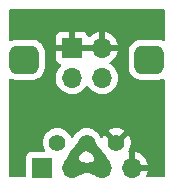
<source format=gbr>
%TF.GenerationSoftware,KiCad,Pcbnew,(6.0.2-0)*%
%TF.CreationDate,2022-02-24T16:38:30+09:00*%
%TF.ProjectId,PodForBreadboard,506f6446-6f72-4427-9265-6164626f6172,rev?*%
%TF.SameCoordinates,Original*%
%TF.FileFunction,Copper,L1,Top*%
%TF.FilePolarity,Positive*%
%FSLAX46Y46*%
G04 Gerber Fmt 4.6, Leading zero omitted, Abs format (unit mm)*
G04 Created by KiCad (PCBNEW (6.0.2-0)) date 2022-02-24 16:38:30*
%MOMM*%
%LPD*%
G01*
G04 APERTURE LIST*
G04 Aperture macros list*
%AMRoundRect*
0 Rectangle with rounded corners*
0 $1 Rounding radius*
0 $2 $3 $4 $5 $6 $7 $8 $9 X,Y pos of 4 corners*
0 Add a 4 corners polygon primitive as box body*
4,1,4,$2,$3,$4,$5,$6,$7,$8,$9,$2,$3,0*
0 Add four circle primitives for the rounded corners*
1,1,$1+$1,$2,$3*
1,1,$1+$1,$4,$5*
1,1,$1+$1,$6,$7*
1,1,$1+$1,$8,$9*
0 Add four rect primitives between the rounded corners*
20,1,$1+$1,$2,$3,$4,$5,0*
20,1,$1+$1,$4,$5,$6,$7,0*
20,1,$1+$1,$6,$7,$8,$9,0*
20,1,$1+$1,$8,$9,$2,$3,0*%
G04 Aperture macros list end*
%TA.AperFunction,ComponentPad*%
%ADD10RoundRect,0.600000X0.650000X-0.600000X0.650000X0.600000X-0.650000X0.600000X-0.650000X-0.600000X0*%
%TD*%
%TA.AperFunction,ComponentPad*%
%ADD11C,1.400000*%
%TD*%
%TA.AperFunction,ComponentPad*%
%ADD12R,1.700000X1.700000*%
%TD*%
%TA.AperFunction,ComponentPad*%
%ADD13O,1.700000X1.700000*%
%TD*%
%TA.AperFunction,Conductor*%
%ADD14C,0.800000*%
%TD*%
G04 APERTURE END LIST*
D10*
%TO.P,RV1,*%
%TO.N,*%
X102650000Y-60706000D03*
X113250000Y-60706000D03*
D11*
%TO.P,RV1,1,1*%
%TO.N,GND*%
X105450000Y-67706000D03*
%TO.P,RV1,2,2*%
%TO.N,/2*%
X107950000Y-67706000D03*
%TO.P,RV1,3,3*%
%TO.N,VDD*%
X110450000Y-67706000D03*
%TD*%
D12*
%TO.P,J1,1,Pin_1*%
%TO.N,VDD*%
X106675000Y-59690000D03*
D13*
%TO.P,J1,2,Pin_2*%
%TO.N,GND*%
X106675000Y-62230000D03*
%TO.P,J1,3,Pin_3*%
%TO.N,VDD*%
X109215000Y-59690000D03*
%TO.P,J1,4,Pin_4*%
%TO.N,GND*%
X109215000Y-62230000D03*
%TD*%
D12*
%TO.P,J2,1,Pin_1*%
%TO.N,GND*%
X104140000Y-69850000D03*
D13*
%TO.P,J2,2,Pin_2*%
%TO.N,/2*%
X106680000Y-69850000D03*
%TO.P,J2,3,Pin_3*%
X109220000Y-69850000D03*
%TO.P,J2,4,Pin_4*%
%TO.N,VDD*%
X111760000Y-69850000D03*
%TD*%
D14*
%TO.N,/2*%
X106680000Y-68820000D02*
X106680000Y-69850000D01*
X106680000Y-69850000D02*
X109220000Y-69850000D01*
X107794000Y-67706000D02*
X106680000Y-68820000D01*
X109220000Y-69850000D02*
X109220000Y-68976000D01*
X107950000Y-67706000D02*
X107794000Y-67706000D01*
X109220000Y-68976000D02*
X107950000Y-67706000D01*
%TD*%
%TA.AperFunction,Conductor*%
%TO.N,/2*%
G36*
X107436604Y-68629082D02*
G01*
X107359714Y-68717577D01*
X107307583Y-68803186D01*
X107277402Y-68886702D01*
X107266367Y-68968921D01*
X107271668Y-69050637D01*
X107290501Y-69132645D01*
X107320057Y-69215740D01*
X107357530Y-69300716D01*
X107400113Y-69388369D01*
X107445000Y-69479494D01*
X106687005Y-70267715D01*
X106678740Y-70267877D01*
X106672910Y-70262896D01*
X106658547Y-70238378D01*
X106196727Y-69450000D01*
X106083303Y-69256374D01*
X106082078Y-69247503D01*
X106084733Y-69242598D01*
X106186674Y-69130245D01*
X106186675Y-69130243D01*
X106186878Y-69130020D01*
X106269935Y-69017049D01*
X106298290Y-68969501D01*
X106334945Y-68908033D01*
X106334946Y-68908031D01*
X106335060Y-68907840D01*
X106345688Y-68886702D01*
X106389129Y-68800294D01*
X106389183Y-68800187D01*
X106439233Y-68691883D01*
X106492018Y-68580977D01*
X106492267Y-68580485D01*
X106554622Y-68464889D01*
X106555073Y-68464124D01*
X106621409Y-68360962D01*
X106634239Y-68341009D01*
X106737291Y-68208043D01*
X106870918Y-68063396D01*
X107436604Y-68629082D01*
G37*
%TD.AperFunction*%
%TD*%
%TA.AperFunction,Conductor*%
%TO.N,/2*%
G36*
X107190397Y-69154030D02*
G01*
X107313904Y-69215894D01*
X107426510Y-69270569D01*
X107533696Y-69318031D01*
X107640945Y-69358256D01*
X107753738Y-69391220D01*
X107877558Y-69416901D01*
X108017887Y-69435273D01*
X108180206Y-69446314D01*
X108370000Y-69450000D01*
X108370000Y-70250000D01*
X108180206Y-70253685D01*
X108017887Y-70264726D01*
X107877558Y-70283098D01*
X107753738Y-70308779D01*
X107640945Y-70341743D01*
X107533696Y-70381968D01*
X107426510Y-70429430D01*
X107313904Y-70484105D01*
X107313832Y-70484141D01*
X107190397Y-70545969D01*
X107190334Y-70546000D01*
X107057872Y-70611365D01*
X107048937Y-70611953D01*
X107044585Y-70609306D01*
X106689822Y-70268147D01*
X106689821Y-70268147D01*
X106263769Y-69858433D01*
X106260181Y-69850229D01*
X106263769Y-69841567D01*
X107050506Y-69085000D01*
X107190397Y-69154030D01*
G37*
%TD.AperFunction*%
%TD*%
%TA.AperFunction,Conductor*%
%TO.N,/2*%
G36*
X109636231Y-69841567D02*
G01*
X109639819Y-69849771D01*
X109636231Y-69858433D01*
X109203052Y-70275000D01*
X108881065Y-70584640D01*
X108855415Y-70609306D01*
X108847076Y-70612571D01*
X108842128Y-70611365D01*
X108709665Y-70546000D01*
X108709602Y-70545969D01*
X108586167Y-70484141D01*
X108586095Y-70484105D01*
X108473489Y-70429430D01*
X108366303Y-70381968D01*
X108259054Y-70341743D01*
X108146261Y-70308779D01*
X108022441Y-70283098D01*
X107882112Y-70264726D01*
X107719793Y-70253685D01*
X107530000Y-70250000D01*
X107530000Y-69450000D01*
X107719793Y-69446314D01*
X107882112Y-69435273D01*
X108022441Y-69416901D01*
X108146261Y-69391220D01*
X108259054Y-69358256D01*
X108366303Y-69318031D01*
X108473489Y-69270569D01*
X108586095Y-69215894D01*
X108709602Y-69154030D01*
X108849494Y-69085000D01*
X109636231Y-69841567D01*
G37*
%TD.AperFunction*%
%TD*%
%TA.AperFunction,Conductor*%
%TO.N,/2*%
G36*
X107568441Y-67408633D02*
G01*
X108232981Y-67500035D01*
X108074039Y-68394922D01*
X107963103Y-68416335D01*
X107864020Y-68439377D01*
X107863882Y-68439418D01*
X107863869Y-68439421D01*
X107774216Y-68465809D01*
X107774208Y-68465812D01*
X107774010Y-68465870D01*
X107729675Y-68482693D01*
X107690536Y-68497544D01*
X107690530Y-68497547D01*
X107690297Y-68497635D01*
X107610102Y-68536495D01*
X107561428Y-68565764D01*
X107530856Y-68584147D01*
X107530850Y-68584151D01*
X107530647Y-68584273D01*
X107530451Y-68584414D01*
X107449316Y-68642675D01*
X107449309Y-68642680D01*
X107449155Y-68642791D01*
X107362847Y-68713872D01*
X107268946Y-68799337D01*
X107164675Y-68901010D01*
X106607222Y-68343557D01*
X106603795Y-68335284D01*
X106607181Y-68327052D01*
X106717347Y-68215787D01*
X106717440Y-68215691D01*
X106818241Y-68110876D01*
X106818254Y-68110862D01*
X106818282Y-68110833D01*
X106904494Y-68017046D01*
X106978828Y-67930866D01*
X107044089Y-67848768D01*
X107103085Y-67767230D01*
X107109494Y-67757478D01*
X107158547Y-67682846D01*
X107158558Y-67682829D01*
X107158624Y-67682728D01*
X107213512Y-67591736D01*
X107270557Y-67490732D01*
X107272970Y-67486275D01*
X107328709Y-67383316D01*
X107335661Y-67377672D01*
X107340592Y-67377295D01*
X107568441Y-67408633D01*
G37*
%TD.AperFunction*%
%TD*%
%TA.AperFunction,Conductor*%
%TO.N,/2*%
G36*
X109057677Y-68254645D02*
G01*
X109169954Y-68384980D01*
X109199126Y-68422629D01*
X109200316Y-68424165D01*
X109261371Y-68502962D01*
X109261690Y-68503394D01*
X109338251Y-68612164D01*
X109338452Y-68612460D01*
X109374253Y-68666783D01*
X109406313Y-68715431D01*
X109471369Y-68815653D01*
X109539442Y-68916039D01*
X109616459Y-69019668D01*
X109616559Y-69019788D01*
X109661984Y-69074139D01*
X109708348Y-69129615D01*
X109708462Y-69129736D01*
X109708472Y-69129747D01*
X109728469Y-69150924D01*
X109802485Y-69229309D01*
X109815018Y-69242582D01*
X109818206Y-69250950D01*
X109816606Y-69256529D01*
X109533570Y-69739702D01*
X109533570Y-69739703D01*
X109241863Y-70237678D01*
X109241453Y-70238378D01*
X109227090Y-70262896D01*
X109219952Y-70268302D01*
X109213037Y-70267759D01*
X108455000Y-69479494D01*
X108494734Y-69392760D01*
X108526995Y-69309643D01*
X108550425Y-69229309D01*
X108563666Y-69150924D01*
X108565360Y-69073651D01*
X108554148Y-68996657D01*
X108528674Y-68919107D01*
X108528460Y-68918697D01*
X108528458Y-68918691D01*
X108487771Y-68840538D01*
X108487769Y-68840534D01*
X108487577Y-68840166D01*
X108470038Y-68815653D01*
X108434514Y-68766004D01*
X108434510Y-68766000D01*
X108429501Y-68758999D01*
X108353088Y-68674773D01*
X108918773Y-68109088D01*
X109057677Y-68254645D01*
G37*
%TD.AperFunction*%
%TD*%
%TA.AperFunction,Conductor*%
%TO.N,/2*%
G36*
X107969293Y-67463728D02*
G01*
X107969300Y-67463729D01*
X108603149Y-67476120D01*
X108611353Y-67479708D01*
X108613942Y-67483894D01*
X108651471Y-67589305D01*
X108690029Y-67689534D01*
X108729220Y-67780092D01*
X108771358Y-67864108D01*
X108818759Y-67944711D01*
X108873737Y-68025030D01*
X108938607Y-68108193D01*
X109015684Y-68197329D01*
X109107284Y-68295567D01*
X109107338Y-68295622D01*
X109207600Y-68397763D01*
X109210949Y-68406068D01*
X109207523Y-68414232D01*
X108650035Y-68971720D01*
X108539567Y-68863284D01*
X108441329Y-68771684D01*
X108433595Y-68764996D01*
X108433591Y-68764992D01*
X108387102Y-68724793D01*
X108352193Y-68694607D01*
X108352070Y-68694511D01*
X108352059Y-68694502D01*
X108269186Y-68629859D01*
X108269030Y-68629737D01*
X108188711Y-68574759D01*
X108108108Y-68527358D01*
X108024092Y-68485220D01*
X107933534Y-68446029D01*
X107933423Y-68445986D01*
X107933415Y-68445983D01*
X107898205Y-68432438D01*
X107833305Y-68407471D01*
X107720278Y-68367231D01*
X107702513Y-67458513D01*
X107969293Y-67463728D01*
G37*
%TD.AperFunction*%
%TD*%
%TA.AperFunction,Conductor*%
%TO.N,VDD*%
G36*
X114496121Y-56408002D02*
G01*
X114542614Y-56461658D01*
X114554000Y-56514000D01*
X114554000Y-58989139D01*
X114533998Y-59057260D01*
X114480342Y-59103753D01*
X114410068Y-59113857D01*
X114378467Y-59104994D01*
X114238554Y-59045171D01*
X114031848Y-59000291D01*
X114024301Y-58999843D01*
X113986727Y-58997610D01*
X113986714Y-58997610D01*
X113984869Y-58997500D01*
X113267576Y-58997500D01*
X112515132Y-58997501D01*
X112513195Y-58997621D01*
X112513185Y-58997621D01*
X112482818Y-58999498D01*
X112466223Y-59000523D01*
X112461490Y-59001559D01*
X112461485Y-59001560D01*
X112277978Y-59041739D01*
X112259595Y-59045764D01*
X112065251Y-59129261D01*
X112060291Y-59132625D01*
X112060290Y-59132626D01*
X111896978Y-59243405D01*
X111890202Y-59248001D01*
X111740764Y-59397700D01*
X111737407Y-59402667D01*
X111737405Y-59402670D01*
X111625689Y-59567984D01*
X111625686Y-59567989D01*
X111622329Y-59572957D01*
X111539171Y-59767446D01*
X111494291Y-59974152D01*
X111494002Y-59979017D01*
X111491616Y-60019185D01*
X111491500Y-60021131D01*
X111491501Y-61390868D01*
X111491621Y-61392805D01*
X111491621Y-61392815D01*
X111491959Y-61398277D01*
X111494523Y-61439777D01*
X111495559Y-61444510D01*
X111495560Y-61444515D01*
X111518993Y-61551538D01*
X111539764Y-61646405D01*
X111623261Y-61840749D01*
X111626625Y-61845709D01*
X111626626Y-61845710D01*
X111737614Y-62009330D01*
X111742001Y-62015798D01*
X111891700Y-62165236D01*
X111896667Y-62168593D01*
X111896670Y-62168595D01*
X112061984Y-62280311D01*
X112061989Y-62280314D01*
X112066957Y-62283671D01*
X112072473Y-62286030D01*
X112072474Y-62286030D01*
X112104932Y-62299908D01*
X112261446Y-62366829D01*
X112468152Y-62411709D01*
X112473017Y-62411998D01*
X112513273Y-62414390D01*
X112513286Y-62414390D01*
X112515131Y-62414500D01*
X113232424Y-62414500D01*
X113984868Y-62414499D01*
X113986805Y-62414379D01*
X113986815Y-62414379D01*
X114017182Y-62412502D01*
X114033777Y-62411477D01*
X114038510Y-62410441D01*
X114038515Y-62410440D01*
X114234550Y-62367518D01*
X114234551Y-62367518D01*
X114240405Y-62366236D01*
X114378261Y-62307008D01*
X114448747Y-62298496D01*
X114512644Y-62329441D01*
X114549668Y-62390020D01*
X114554000Y-62422776D01*
X114554000Y-70486000D01*
X114533998Y-70554121D01*
X114480342Y-70600614D01*
X114428000Y-70612000D01*
X113101100Y-70612000D01*
X113032979Y-70591998D01*
X112986486Y-70538342D01*
X112976382Y-70468068D01*
X112988143Y-70430172D01*
X113024672Y-70356262D01*
X113028469Y-70346672D01*
X113090377Y-70142910D01*
X113092555Y-70132837D01*
X113093986Y-70121962D01*
X113091775Y-70107778D01*
X113078617Y-70104000D01*
X111632000Y-70104000D01*
X111563879Y-70083998D01*
X111517386Y-70030342D01*
X111506000Y-69978000D01*
X111506000Y-69577885D01*
X112014000Y-69577885D01*
X112018475Y-69593124D01*
X112019865Y-69594329D01*
X112027548Y-69596000D01*
X113078344Y-69596000D01*
X113091875Y-69592027D01*
X113093180Y-69582947D01*
X113051214Y-69415875D01*
X113047894Y-69406124D01*
X112962972Y-69210814D01*
X112958105Y-69201739D01*
X112842426Y-69022926D01*
X112836136Y-69014757D01*
X112692806Y-68857240D01*
X112685273Y-68850215D01*
X112518139Y-68718222D01*
X112509552Y-68712517D01*
X112323117Y-68609599D01*
X112313705Y-68605369D01*
X112112959Y-68534280D01*
X112102988Y-68531646D01*
X112031837Y-68518972D01*
X112018540Y-68520432D01*
X112014000Y-68534989D01*
X112014000Y-69577885D01*
X111506000Y-69577885D01*
X111506000Y-68533102D01*
X111501525Y-68517863D01*
X111496970Y-68513916D01*
X111458586Y-68454190D01*
X111458586Y-68383193D01*
X111476269Y-68346421D01*
X111496998Y-68316817D01*
X111502479Y-68307323D01*
X111587159Y-68125723D01*
X111590907Y-68115429D01*
X111642769Y-67921878D01*
X111644671Y-67911091D01*
X111662135Y-67711475D01*
X111662135Y-67700525D01*
X111644671Y-67500909D01*
X111642769Y-67490122D01*
X111590907Y-67296571D01*
X111587159Y-67286277D01*
X111502479Y-67104677D01*
X111497001Y-67095189D01*
X111475689Y-67064752D01*
X111465212Y-67056377D01*
X111451764Y-67063446D01*
X110539095Y-67976115D01*
X110476783Y-68010141D01*
X110405968Y-68005076D01*
X110360905Y-67976115D01*
X109447514Y-67062724D01*
X109435739Y-67056294D01*
X109423724Y-67065590D01*
X109402999Y-67095189D01*
X109397521Y-67104677D01*
X109314471Y-67282780D01*
X109267554Y-67336066D01*
X109199277Y-67355527D01*
X109131317Y-67334985D01*
X109086081Y-67282781D01*
X109068403Y-67244869D01*
X109000589Y-67099442D01*
X108879301Y-66926224D01*
X108729776Y-66776699D01*
X108607082Y-66690788D01*
X109800377Y-66690788D01*
X109807446Y-66704236D01*
X110437188Y-67333978D01*
X110451132Y-67341592D01*
X110452965Y-67341461D01*
X110459580Y-67337210D01*
X111093276Y-66703514D01*
X111099706Y-66691739D01*
X111090410Y-66679724D01*
X111060811Y-66658999D01*
X111051323Y-66653521D01*
X110869723Y-66568841D01*
X110859429Y-66565093D01*
X110665878Y-66513231D01*
X110655091Y-66511329D01*
X110455475Y-66493865D01*
X110444525Y-66493865D01*
X110244909Y-66511329D01*
X110234122Y-66513231D01*
X110040571Y-66565093D01*
X110030277Y-66568841D01*
X109848677Y-66653521D01*
X109839189Y-66658999D01*
X109808752Y-66680311D01*
X109800377Y-66690788D01*
X108607082Y-66690788D01*
X108556558Y-66655411D01*
X108551580Y-66653090D01*
X108551577Y-66653088D01*
X108369892Y-66568367D01*
X108369891Y-66568366D01*
X108364910Y-66566044D01*
X108359602Y-66564622D01*
X108359600Y-66564621D01*
X108165970Y-66512738D01*
X108165968Y-66512738D01*
X108160655Y-66511314D01*
X107950000Y-66492884D01*
X107739345Y-66511314D01*
X107734032Y-66512738D01*
X107734030Y-66512738D01*
X107540400Y-66564621D01*
X107540398Y-66564622D01*
X107535090Y-66566044D01*
X107530109Y-66568366D01*
X107530108Y-66568367D01*
X107348423Y-66653088D01*
X107348420Y-66653090D01*
X107343442Y-66655411D01*
X107170224Y-66776699D01*
X107020699Y-66926224D01*
X106899411Y-67099442D01*
X106897088Y-67104423D01*
X106897086Y-67104427D01*
X106868003Y-67166797D01*
X106864612Y-67173535D01*
X106826529Y-67243879D01*
X106825437Y-67245854D01*
X106805318Y-67281477D01*
X106754402Y-67330956D01*
X106684819Y-67345052D01*
X106618661Y-67319292D01*
X106581411Y-67272765D01*
X106502912Y-67104423D01*
X106502910Y-67104420D01*
X106500589Y-67099442D01*
X106379301Y-66926224D01*
X106229776Y-66776699D01*
X106056558Y-66655411D01*
X106051580Y-66653090D01*
X106051577Y-66653088D01*
X105869892Y-66568367D01*
X105869891Y-66568366D01*
X105864910Y-66566044D01*
X105859602Y-66564622D01*
X105859600Y-66564621D01*
X105665970Y-66512738D01*
X105665968Y-66512738D01*
X105660655Y-66511314D01*
X105450000Y-66492884D01*
X105239345Y-66511314D01*
X105234032Y-66512738D01*
X105234030Y-66512738D01*
X105040400Y-66564621D01*
X105040398Y-66564622D01*
X105035090Y-66566044D01*
X105030109Y-66568366D01*
X105030108Y-66568367D01*
X104848423Y-66653088D01*
X104848420Y-66653090D01*
X104843442Y-66655411D01*
X104670224Y-66776699D01*
X104520699Y-66926224D01*
X104399411Y-67099442D01*
X104397090Y-67104420D01*
X104397088Y-67104423D01*
X104312367Y-67286108D01*
X104310044Y-67291090D01*
X104308622Y-67296398D01*
X104308621Y-67296400D01*
X104259833Y-67478479D01*
X104255314Y-67495345D01*
X104236884Y-67706000D01*
X104255314Y-67916655D01*
X104256738Y-67921968D01*
X104256738Y-67921970D01*
X104280364Y-68010141D01*
X104310044Y-68120910D01*
X104312366Y-68125891D01*
X104312367Y-68125892D01*
X104399267Y-68312250D01*
X104409928Y-68382442D01*
X104380948Y-68447255D01*
X104321528Y-68486111D01*
X104285072Y-68491500D01*
X103241866Y-68491500D01*
X103179684Y-68498255D01*
X103043295Y-68549385D01*
X102926739Y-68636739D01*
X102839385Y-68753295D01*
X102788255Y-68889684D01*
X102781500Y-68951866D01*
X102781500Y-70486000D01*
X102761498Y-70554121D01*
X102707842Y-70600614D01*
X102655500Y-70612000D01*
X101472000Y-70612000D01*
X101403879Y-70591998D01*
X101357386Y-70538342D01*
X101346000Y-70486000D01*
X101346000Y-62422861D01*
X101366002Y-62354740D01*
X101419658Y-62308247D01*
X101489932Y-62298143D01*
X101521533Y-62307006D01*
X101661446Y-62366829D01*
X101868152Y-62411709D01*
X101873017Y-62411998D01*
X101913273Y-62414390D01*
X101913286Y-62414390D01*
X101915131Y-62414500D01*
X102632424Y-62414500D01*
X103384868Y-62414499D01*
X103386805Y-62414379D01*
X103386815Y-62414379D01*
X103417182Y-62412502D01*
X103433777Y-62411477D01*
X103438510Y-62410441D01*
X103438515Y-62410440D01*
X103634550Y-62367518D01*
X103634551Y-62367518D01*
X103640405Y-62366236D01*
X103834749Y-62282739D01*
X103912498Y-62230000D01*
X103961597Y-62196695D01*
X105312251Y-62196695D01*
X105312548Y-62201848D01*
X105312548Y-62201851D01*
X105318011Y-62296590D01*
X105325110Y-62419715D01*
X105326247Y-62424761D01*
X105326248Y-62424767D01*
X105346119Y-62512939D01*
X105374222Y-62637639D01*
X105458266Y-62844616D01*
X105509019Y-62927438D01*
X105572291Y-63030688D01*
X105574987Y-63035088D01*
X105721250Y-63203938D01*
X105893126Y-63346632D01*
X106086000Y-63459338D01*
X106294692Y-63539030D01*
X106299760Y-63540061D01*
X106299763Y-63540062D01*
X106407017Y-63561883D01*
X106513597Y-63583567D01*
X106518772Y-63583757D01*
X106518774Y-63583757D01*
X106731673Y-63591564D01*
X106731677Y-63591564D01*
X106736837Y-63591753D01*
X106741957Y-63591097D01*
X106741959Y-63591097D01*
X106953288Y-63564025D01*
X106953289Y-63564025D01*
X106958416Y-63563368D01*
X106963366Y-63561883D01*
X107167429Y-63500661D01*
X107167434Y-63500659D01*
X107172384Y-63499174D01*
X107372994Y-63400896D01*
X107554860Y-63271173D01*
X107713096Y-63113489D01*
X107772594Y-63030689D01*
X107843453Y-62932077D01*
X107844776Y-62933028D01*
X107891645Y-62889857D01*
X107961580Y-62877625D01*
X108027026Y-62905144D01*
X108054875Y-62936994D01*
X108114987Y-63035088D01*
X108261250Y-63203938D01*
X108433126Y-63346632D01*
X108626000Y-63459338D01*
X108834692Y-63539030D01*
X108839760Y-63540061D01*
X108839763Y-63540062D01*
X108947017Y-63561883D01*
X109053597Y-63583567D01*
X109058772Y-63583757D01*
X109058774Y-63583757D01*
X109271673Y-63591564D01*
X109271677Y-63591564D01*
X109276837Y-63591753D01*
X109281957Y-63591097D01*
X109281959Y-63591097D01*
X109493288Y-63564025D01*
X109493289Y-63564025D01*
X109498416Y-63563368D01*
X109503366Y-63561883D01*
X109707429Y-63500661D01*
X109707434Y-63500659D01*
X109712384Y-63499174D01*
X109912994Y-63400896D01*
X110094860Y-63271173D01*
X110253096Y-63113489D01*
X110312594Y-63030689D01*
X110380435Y-62936277D01*
X110383453Y-62932077D01*
X110404320Y-62889857D01*
X110480136Y-62736453D01*
X110480137Y-62736451D01*
X110482430Y-62731811D01*
X110547370Y-62518069D01*
X110576529Y-62296590D01*
X110576845Y-62283671D01*
X110578074Y-62233365D01*
X110578074Y-62233361D01*
X110578156Y-62230000D01*
X110559852Y-62007361D01*
X110505431Y-61790702D01*
X110416354Y-61585840D01*
X110324927Y-61444515D01*
X110297822Y-61402617D01*
X110297820Y-61402614D01*
X110295014Y-61398277D01*
X110144670Y-61233051D01*
X110140619Y-61229852D01*
X110140615Y-61229848D01*
X109973414Y-61097800D01*
X109973410Y-61097798D01*
X109969359Y-61094598D01*
X109927569Y-61071529D01*
X109877598Y-61021097D01*
X109862826Y-60951654D01*
X109887942Y-60885248D01*
X109915294Y-60858641D01*
X110090328Y-60733792D01*
X110098200Y-60727139D01*
X110249052Y-60576812D01*
X110255730Y-60568965D01*
X110380003Y-60396020D01*
X110385313Y-60387183D01*
X110479670Y-60196267D01*
X110483469Y-60186672D01*
X110545377Y-59982910D01*
X110547555Y-59972837D01*
X110548986Y-59961962D01*
X110546775Y-59947778D01*
X110533617Y-59944000D01*
X105335116Y-59944000D01*
X105319877Y-59948475D01*
X105318672Y-59949865D01*
X105317001Y-59957548D01*
X105317001Y-60584669D01*
X105317371Y-60591490D01*
X105322895Y-60642352D01*
X105326521Y-60657604D01*
X105371676Y-60778054D01*
X105380214Y-60793649D01*
X105456715Y-60895724D01*
X105469276Y-60908285D01*
X105571351Y-60984786D01*
X105586946Y-60993324D01*
X105695827Y-61034142D01*
X105752591Y-61076784D01*
X105777291Y-61143345D01*
X105762083Y-61212694D01*
X105742691Y-61239175D01*
X105619200Y-61368401D01*
X105615629Y-61372138D01*
X105612720Y-61376403D01*
X105612714Y-61376411D01*
X105601584Y-61392727D01*
X105489743Y-61556680D01*
X105395688Y-61759305D01*
X105335989Y-61974570D01*
X105312251Y-62196695D01*
X103961597Y-62196695D01*
X104004839Y-62167363D01*
X104004840Y-62167362D01*
X104009798Y-62163999D01*
X104159236Y-62014300D01*
X104162595Y-62009330D01*
X104274311Y-61844016D01*
X104274314Y-61844011D01*
X104277671Y-61839043D01*
X104360829Y-61644554D01*
X104405709Y-61437848D01*
X104408287Y-61394457D01*
X104408390Y-61392727D01*
X104408390Y-61392714D01*
X104408500Y-61390869D01*
X104408499Y-60021132D01*
X104405477Y-59972223D01*
X104403231Y-59961962D01*
X104361518Y-59771450D01*
X104361518Y-59771449D01*
X104360236Y-59765595D01*
X104276739Y-59571251D01*
X104184995Y-59436000D01*
X104172707Y-59417885D01*
X105317000Y-59417885D01*
X105321475Y-59433124D01*
X105322865Y-59434329D01*
X105330548Y-59436000D01*
X106402885Y-59436000D01*
X106418124Y-59431525D01*
X106419329Y-59430135D01*
X106421000Y-59422452D01*
X106421000Y-59417885D01*
X106929000Y-59417885D01*
X106933475Y-59433124D01*
X106934865Y-59434329D01*
X106942548Y-59436000D01*
X108942885Y-59436000D01*
X108958124Y-59431525D01*
X108959329Y-59430135D01*
X108961000Y-59422452D01*
X108961000Y-59417885D01*
X109469000Y-59417885D01*
X109473475Y-59433124D01*
X109474865Y-59434329D01*
X109482548Y-59436000D01*
X110533344Y-59436000D01*
X110546875Y-59432027D01*
X110548180Y-59422947D01*
X110506214Y-59255875D01*
X110502894Y-59246124D01*
X110417972Y-59050814D01*
X110413105Y-59041739D01*
X110297426Y-58862926D01*
X110291136Y-58854757D01*
X110147806Y-58697240D01*
X110140273Y-58690215D01*
X109973139Y-58558222D01*
X109964552Y-58552517D01*
X109778117Y-58449599D01*
X109768705Y-58445369D01*
X109567959Y-58374280D01*
X109557988Y-58371646D01*
X109486837Y-58358972D01*
X109473540Y-58360432D01*
X109469000Y-58374989D01*
X109469000Y-59417885D01*
X108961000Y-59417885D01*
X108961000Y-58373102D01*
X108957082Y-58359758D01*
X108942806Y-58357771D01*
X108904324Y-58363660D01*
X108894288Y-58366051D01*
X108691868Y-58432212D01*
X108682359Y-58436209D01*
X108493463Y-58534542D01*
X108484738Y-58540036D01*
X108314433Y-58667905D01*
X108306726Y-58674748D01*
X108229094Y-58755985D01*
X108167570Y-58791415D01*
X108096657Y-58787958D01*
X108038871Y-58746712D01*
X108020018Y-58713164D01*
X107978324Y-58601946D01*
X107969786Y-58586351D01*
X107893285Y-58484276D01*
X107880724Y-58471715D01*
X107778649Y-58395214D01*
X107763054Y-58386676D01*
X107642606Y-58341522D01*
X107627351Y-58337895D01*
X107576486Y-58332369D01*
X107569672Y-58332000D01*
X106947115Y-58332000D01*
X106931876Y-58336475D01*
X106930671Y-58337865D01*
X106929000Y-58345548D01*
X106929000Y-59417885D01*
X106421000Y-59417885D01*
X106421000Y-58350116D01*
X106416525Y-58334877D01*
X106415135Y-58333672D01*
X106407452Y-58332001D01*
X105780331Y-58332001D01*
X105773510Y-58332371D01*
X105722648Y-58337895D01*
X105707396Y-58341521D01*
X105586946Y-58386676D01*
X105571351Y-58395214D01*
X105469276Y-58471715D01*
X105456715Y-58484276D01*
X105380214Y-58586351D01*
X105371676Y-58601946D01*
X105326522Y-58722394D01*
X105322895Y-58737649D01*
X105317369Y-58788514D01*
X105317000Y-58795328D01*
X105317000Y-59417885D01*
X104172707Y-59417885D01*
X104161363Y-59401161D01*
X104161362Y-59401160D01*
X104157999Y-59396202D01*
X104008300Y-59246764D01*
X104003333Y-59243407D01*
X104003330Y-59243405D01*
X103838016Y-59131689D01*
X103838011Y-59131686D01*
X103833043Y-59128329D01*
X103798371Y-59113504D01*
X103775565Y-59103753D01*
X103638554Y-59045171D01*
X103431848Y-59000291D01*
X103424301Y-58999843D01*
X103386727Y-58997610D01*
X103386714Y-58997610D01*
X103384869Y-58997500D01*
X102667576Y-58997500D01*
X101915132Y-58997501D01*
X101913195Y-58997621D01*
X101913185Y-58997621D01*
X101882818Y-58999498D01*
X101866223Y-59000523D01*
X101861490Y-59001559D01*
X101861485Y-59001560D01*
X101677978Y-59041739D01*
X101659595Y-59045764D01*
X101576437Y-59081492D01*
X101521738Y-59104992D01*
X101451253Y-59113504D01*
X101387356Y-59082559D01*
X101350332Y-59021980D01*
X101346000Y-58989224D01*
X101346000Y-56514000D01*
X101366002Y-56445879D01*
X101419658Y-56399386D01*
X101472000Y-56388000D01*
X114428000Y-56388000D01*
X114496121Y-56408002D01*
G37*
%TD.AperFunction*%
%TD*%
M02*

</source>
